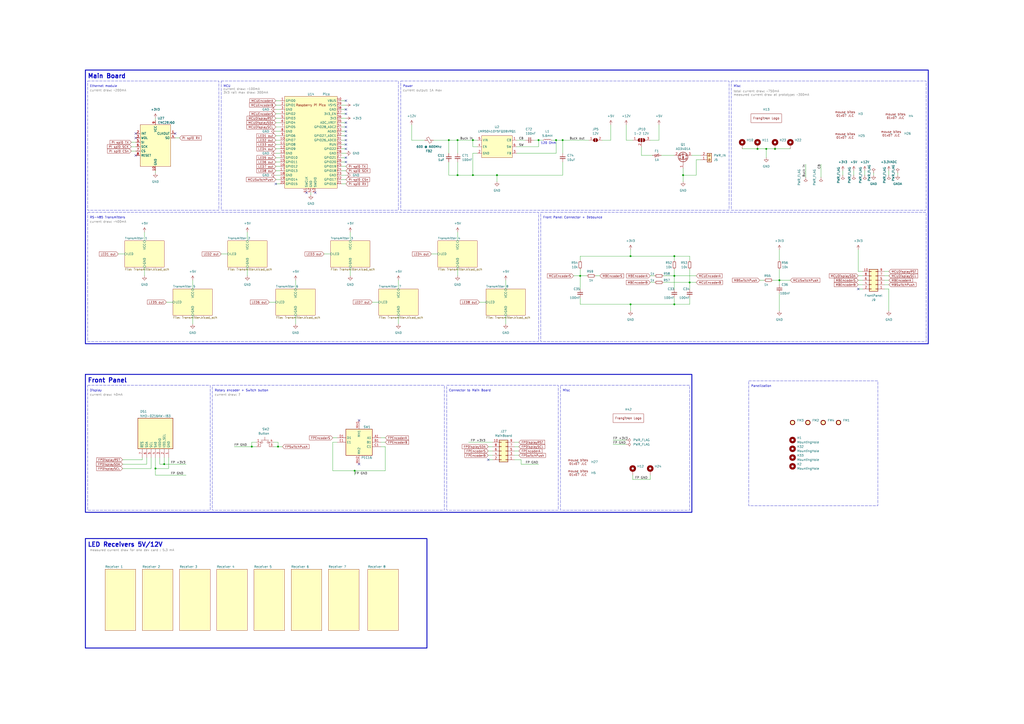
<source format=kicad_sch>
(kicad_sch (version 20230121) (generator eeschema)
  (paper "A2")
  (title_block (title "RP2040 LED Board") (date "2024-01-04") (rev "2") (company "Frangitron"))
  (junction (at 326.39 81.28))
  (junction (at 449.58 86.36))
  (junction (at 396.24 101.6))
  (junction (at 444.5 86.36))
  (junction (at 322.58 81.28))
  (junction (at 400.05 163.83))
  (junction (at 161.29 259.08))
  (junction (at 336.55 160.02))
  (junction (at 365.76 176.53))
  (junction (at 391.16 160.02))
  (junction (at 439.42 86.36))
  (junction (at 146.05 259.08))
  (junction (at 288.29 101.6))
  (junction (at 90.17 271.78))
  (junction (at 452.12 162.56))
  (junction (at 274.32 81.28))
  (junction (at 260.35 81.28))
  (junction (at 391.16 176.53))
  (junction (at 365.76 148.59))
  (junction (at 265.43 81.28))
  (junction (at 205.74 273.05))
  (junction (at 95.25 269.24))
  (junction (at 265.43 101.6))
  (junction (at 274.32 101.6))
  (junction (at 312.42 81.28))
  (junction (at 391.16 148.59))
  (no_connect (at 208.28 243.84))
  (no_connect (at 78.74 77.47))
  (no_connect (at 200.66 91.44))
  (no_connect (at 200.66 81.28))
  (no_connect (at 200.66 58.42))
  (no_connect (at 200.66 76.2))
  (no_connect (at 200.66 66.04))
  (no_connect (at 208.28 269.24))
  (no_connect (at 200.66 63.5))
  (no_connect (at 200.66 86.36))
  (no_connect (at 200.66 93.98))
  (no_connect (at 78.74 80.01))
  (no_connect (at 101.6 77.47))
  (no_connect (at 200.66 71.12))
  (no_connect (at 78.74 90.17))
  (no_connect (at 182.88 111.76))
  (no_connect (at 177.8 111.76))
  (no_connect (at 160.02 106.68))
  (no_connect (at 200.66 83.82))
  (no_connect (at 200.66 78.74))
  (no_connect (at 497.84 167.64))
  (no_connect (at 283.21 266.7))
  (no_connect (at 200.66 73.66))
  (wire (pts (xy 452.12 144.78) (xy 452.12 151.13)))
  (wire (pts (xy 396.24 97.79) (xy 396.24 101.6)))
  (wire (pts (xy 326.39 81.28) (xy 341.63 81.28)))
  (wire (pts (xy 187.96 147.32) (xy 191.77 147.32)))
  (wire (pts (xy 161.29 259.08) (xy 158.75 259.08)))
  (wire (pts (xy 205.74 273.05) (xy 223.52 273.05)))
  (wire (pts (xy 449.58 86.36) (xy 458.47 86.36)))
  (wire (pts (xy 278.13 175.26) (xy 281.94 175.26)))
  (wire (pts (xy 520.7 100.33) (xy 520.7 101.6)))
  (wire (pts (xy 302.26 269.24) (xy 312.42 269.24)))
  (wire (pts (xy 377.19 278.13) (xy 367.03 278.13)))
  (wire (pts (xy 320.04 81.28) (xy 322.58 81.28)))
  (wire (pts (xy 382.27 72.39) (xy 382.27 81.28)))
  (wire (pts (xy 403.86 101.6) (xy 403.86 92.71)))
  (wire (pts (xy 430.53 86.36) (xy 439.42 86.36)))
  (wire (pts (xy 298.45 256.54) (xy 300.99 256.54)))
  (wire (pts (xy 195.58 256.54) (xy 193.04 256.54)))
  (wire (pts (xy 250.19 147.32) (xy 254 147.32)))
  (wire (pts (xy 83.82 154.94) (xy 83.82 160.02)))
  (wire (pts (xy 322.58 81.28) (xy 326.39 81.28)))
  (wire (pts (xy 299.72 88.9) (xy 322.58 88.9)))
  (wire (pts (xy 160.02 60.96) (xy 162.56 60.96)))
  (wire (pts (xy 193.04 273.05) (xy 205.74 273.05)))
  (wire (pts (xy 163.83 259.08) (xy 161.29 259.08)))
  (wire (pts (xy 160.02 73.66) (xy 162.56 73.66)))
  (wire (pts (xy 513.08 162.56) (xy 515.62 162.56)))
  (wire (pts (xy 363.22 81.28) (xy 367.03 81.28)))
  (wire (pts (xy 391.16 176.53) (xy 391.16 172.72)))
  (wire (pts (xy 101.6 80.01) (xy 104.14 80.01)))
  (wire (pts (xy 198.12 93.98) (xy 200.66 93.98)))
  (wire (pts (xy 298.45 264.16) (xy 300.99 264.16)))
  (wire (pts (xy 198.12 83.82) (xy 200.66 83.82)))
  (wire (pts (xy 198.12 68.58) (xy 200.66 68.58)))
  (wire (pts (xy 500.38 167.64) (xy 497.84 167.64)))
  (wire (pts (xy 143.51 134.62) (xy 143.51 139.7)))
  (wire (pts (xy 160.02 104.14) (xy 162.56 104.14)))
  (wire (pts (xy 156.21 175.26) (xy 160.02 175.26)))
  (wire (pts (xy 391.16 156.21) (xy 391.16 160.02)))
  (wire (pts (xy 171.45 182.88) (xy 171.45 187.96)))
  (wire (pts (xy 497.84 162.56) (xy 500.38 162.56)))
  (wire (pts (xy 90.17 275.59) (xy 107.95 275.59)))
  (wire (pts (xy 198.12 60.96) (xy 200.66 60.96)))
  (wire (pts (xy 71.12 269.24) (xy 85.09 269.24)))
  (wire (pts (xy 391.16 148.59) (xy 391.16 151.13)))
  (wire (pts (xy 283.21 264.16) (xy 285.75 264.16)))
  (wire (pts (xy 198.12 73.66) (xy 200.66 73.66)))
  (wire (pts (xy 513.08 167.64) (xy 515.62 167.64)))
  (wire (pts (xy 439.42 86.36) (xy 444.5 86.36)))
  (wire (pts (xy 95.25 265.43) (xy 95.25 269.24)))
  (wire (pts (xy 231.14 162.56) (xy 231.14 167.64)))
  (wire (pts (xy 265.43 154.94) (xy 265.43 160.02)))
  (wire (pts (xy 231.14 182.88) (xy 231.14 187.96)))
  (wire (pts (xy 355.6 255.27) (xy 363.22 255.27)))
  (wire (pts (xy 220.98 256.54) (xy 223.52 256.54)))
  (wire (pts (xy 403.86 92.71) (xy 406.4 92.71)))
  (wire (pts (xy 444.5 86.36) (xy 444.5 91.44)))
  (wire (pts (xy 160.02 96.52) (xy 162.56 96.52)))
  (wire (pts (xy 452.12 162.56) (xy 448.31 162.56)))
  (wire (pts (xy 198.12 101.6) (xy 200.66 101.6)))
  (wire (pts (xy 265.43 81.28) (xy 274.32 81.28)))
  (wire (pts (xy 220.98 254) (xy 223.52 254)))
  (wire (pts (xy 283.21 259.08) (xy 285.75 259.08)))
  (wire (pts (xy 128.27 147.32) (xy 132.08 147.32)))
  (wire (pts (xy 283.21 261.62) (xy 285.75 261.62)))
  (wire (pts (xy 365.76 176.53) (xy 391.16 176.53)))
  (wire (pts (xy 497.84 144.78) (xy 497.84 157.48)))
  (wire (pts (xy 260.35 81.28) (xy 260.35 88.9)))
  (wire (pts (xy 506.73 100.33) (xy 506.73 101.6)))
  (wire (pts (xy 90.17 99.06) (xy 90.17 100.33)))
  (wire (pts (xy 384.81 160.02) (xy 391.16 160.02)))
  (wire (pts (xy 223.52 273.05) (xy 223.52 259.08)))
  (wire (pts (xy 365.76 176.53) (xy 365.76 180.34)))
  (wire (pts (xy 198.12 81.28) (xy 200.66 81.28)))
  (wire (pts (xy 377.19 275.59) (xy 377.19 278.13)))
  (wire (pts (xy 160.02 66.04) (xy 162.56 66.04)))
  (wire (pts (xy 238.76 81.28) (xy 238.76 72.39)))
  (wire (pts (xy 355.6 257.81) (xy 363.22 257.81)))
  (wire (pts (xy 383.54 90.17) (xy 391.16 90.17)))
  (wire (pts (xy 198.12 104.14) (xy 200.66 104.14)))
  (wire (pts (xy 336.55 148.59) (xy 365.76 148.59)))
  (wire (pts (xy 160.02 76.2) (xy 162.56 76.2)))
  (wire (pts (xy 354.33 72.39) (xy 354.33 81.28)))
  (wire (pts (xy 198.12 76.2) (xy 200.66 76.2)))
  (wire (pts (xy 160.02 88.9) (xy 162.56 88.9)))
  (wire (pts (xy 452.12 162.56) (xy 458.47 162.56)))
  (wire (pts (xy 345.44 160.02) (xy 347.98 160.02)))
  (wire (pts (xy 198.12 91.44) (xy 200.66 91.44)))
  (wire (pts (xy 160.02 93.98) (xy 162.56 93.98)))
  (wire (pts (xy 97.79 271.78) (xy 97.79 265.43)))
  (wire (pts (xy 271.78 256.54) (xy 285.75 256.54)))
  (wire (pts (xy 401.32 90.17) (xy 406.4 90.17)))
  (wire (pts (xy 276.86 88.9) (xy 274.32 88.9)))
  (wire (pts (xy 198.12 106.68) (xy 200.66 106.68)))
  (wire (pts (xy 193.04 256.54) (xy 193.04 273.05)))
  (wire (pts (xy 205.74 275.59) (xy 205.74 273.05)))
  (wire (pts (xy 336.55 156.21) (xy 336.55 160.02)))
  (wire (pts (xy 251.46 81.28) (xy 260.35 81.28)))
  (wire (pts (xy 148.59 256.54) (xy 146.05 256.54)))
  (wire (pts (xy 391.16 160.02) (xy 403.86 160.02)))
  (wire (pts (xy 452.12 156.21) (xy 452.12 162.56)))
  (wire (pts (xy 265.43 81.28) (xy 265.43 88.9)))
  (wire (pts (xy 440.69 162.56) (xy 443.23 162.56)))
  (wire (pts (xy 203.2 154.94) (xy 203.2 160.02)))
  (wire (pts (xy 293.37 162.56) (xy 293.37 167.64)))
  (wire (pts (xy 372.11 85.09) (xy 372.11 90.17)))
  (wire (pts (xy 160.02 86.36) (xy 162.56 86.36)))
  (wire (pts (xy 363.22 72.39) (xy 363.22 81.28)))
  (wire (pts (xy 111.76 182.88) (xy 111.76 187.96)))
  (wire (pts (xy 135.89 259.08) (xy 146.05 259.08)))
  (wire (pts (xy 298.45 261.62) (xy 300.99 261.62)))
  (wire (pts (xy 198.12 88.9) (xy 200.66 88.9)))
  (wire (pts (xy 160.02 58.42) (xy 162.56 58.42)))
  (wire (pts (xy 90.17 69.85) (xy 90.17 68.58)))
  (wire (pts (xy 332.74 160.02) (xy 336.55 160.02)))
  (wire (pts (xy 288.29 105.41) (xy 288.29 101.6)))
  (wire (pts (xy 198.12 63.5) (xy 200.66 63.5)))
  (wire (pts (xy 223.52 259.08) (xy 220.98 259.08)))
  (wire (pts (xy 298.45 259.08) (xy 300.99 259.08)))
  (wire (pts (xy 400.05 163.83) (xy 400.05 167.64)))
  (wire (pts (xy 274.32 101.6) (xy 288.29 101.6)))
  (wire (pts (xy 87.63 271.78) (xy 87.63 265.43)))
  (wire (pts (xy 372.11 90.17) (xy 378.46 90.17)))
  (wire (pts (xy 452.12 162.56) (xy 452.12 165.1)))
  (wire (pts (xy 82.55 265.43) (xy 82.55 266.7)))
  (wire (pts (xy 400.05 148.59) (xy 391.16 148.59)))
  (wire (pts (xy 198.12 66.04) (xy 200.66 66.04)))
  (wire (pts (xy 265.43 134.62) (xy 265.43 139.7)))
  (wire (pts (xy 193.04 254) (xy 195.58 254)))
  (wire (pts (xy 260.35 93.98) (xy 260.35 101.6)))
  (wire (pts (xy 203.2 134.62) (xy 203.2 139.7)))
  (wire (pts (xy 513.08 160.02) (xy 515.62 160.02)))
  (wire (pts (xy 85.09 269.24) (xy 85.09 265.43)))
  (wire (pts (xy 476.25 95.25) (xy 476.25 102.87)))
  (wire (pts (xy 160.02 106.68) (xy 162.56 106.68)))
  (wire (pts (xy 288.29 101.6) (xy 326.39 101.6)))
  (wire (pts (xy 71.12 271.78) (xy 87.63 271.78)))
  (wire (pts (xy 322.58 81.28) (xy 322.58 88.9)))
  (wire (pts (xy 180.34 111.76) (xy 180.34 113.03)))
  (wire (pts (xy 82.55 266.7) (xy 71.12 266.7)))
  (wire (pts (xy 309.88 81.28) (xy 312.42 81.28)))
  (wire (pts (xy 515.62 167.64) (xy 515.62 180.34)))
  (wire (pts (xy 444.5 86.36) (xy 449.58 86.36)))
  (wire (pts (xy 501.65 99.06) (xy 501.65 101.6)))
  (wire (pts (xy 265.43 101.6) (xy 274.32 101.6)))
  (wire (pts (xy 160.02 63.5) (xy 162.56 63.5)))
  (wire (pts (xy 467.36 95.25) (xy 467.36 102.87)))
  (wire (pts (xy 326.39 81.28) (xy 326.39 88.9)))
  (wire (pts (xy 260.35 101.6) (xy 265.43 101.6)))
  (wire (pts (xy 92.71 269.24) (xy 92.71 265.43)))
  (wire (pts (xy 396.24 101.6) (xy 396.24 105.41)))
  (wire (pts (xy 274.32 85.09) (xy 276.86 85.09)))
  (wire (pts (xy 198.12 99.06) (xy 200.66 99.06)))
  (wire (pts (xy 95.25 269.24) (xy 107.95 269.24)))
  (wire (pts (xy 336.55 176.53) (xy 365.76 176.53)))
  (wire (pts (xy 68.58 147.32) (xy 72.39 147.32)))
  (wire (pts (xy 400.05 151.13) (xy 400.05 148.59)))
  (wire (pts (xy 396.24 101.6) (xy 403.86 101.6)))
  (wire (pts (xy 513.08 157.48) (xy 515.62 157.48)))
  (wire (pts (xy 83.82 134.62) (xy 83.82 139.7)))
  (wire (pts (xy 336.55 172.72) (xy 336.55 176.53)))
  (wire (pts (xy 161.29 256.54) (xy 161.29 259.08)))
  (wire (pts (xy 400.05 172.72) (xy 400.05 176.53)))
  (wire (pts (xy 160.02 71.12) (xy 162.56 71.12)))
  (wire (pts (xy 215.9 175.26) (xy 219.71 175.26)))
  (wire (pts (xy 76.2 85.09) (xy 78.74 85.09)))
  (wire (pts (xy 400.05 176.53) (xy 391.16 176.53)))
  (wire (pts (xy 326.39 93.98) (xy 326.39 101.6)))
  (wire (pts (xy 96.52 175.26) (xy 100.33 175.26)))
  (wire (pts (xy 274.32 81.28) (xy 276.86 81.28)))
  (wire (pts (xy 400.05 163.83) (xy 403.86 163.83)))
  (wire (pts (xy 312.42 81.28) (xy 314.96 81.28)))
  (wire (pts (xy 160.02 101.6) (xy 162.56 101.6)))
  (wire (pts (xy 143.51 154.94) (xy 143.51 160.02)))
  (wire (pts (xy 146.05 256.54) (xy 146.05 259.08)))
  (wire (pts (xy 497.84 160.02) (xy 500.38 160.02)))
  (wire (pts (xy 265.43 93.98) (xy 265.43 101.6)))
  (wire (pts (xy 76.2 87.63) (xy 78.74 87.63)))
  (wire (pts (xy 312.42 85.09) (xy 312.42 81.28)))
  (wire (pts (xy 384.81 163.83) (xy 400.05 163.83)))
  (wire (pts (xy 365.76 144.78) (xy 365.76 148.59)))
  (wire (pts (xy 160.02 68.58) (xy 162.56 68.58)))
  (wire (pts (xy 95.25 269.24) (xy 92.71 269.24)))
  (wire (pts (xy 90.17 271.78) (xy 90.17 275.59)))
  (wire (pts (xy 160.02 78.74) (xy 162.56 78.74)))
  (wire (pts (xy 111.76 162.56) (xy 111.76 167.64)))
  (wire (pts (xy 293.37 182.88) (xy 293.37 187.96)))
  (wire (pts (xy 302.26 269.24) (xy 302.26 266.7)))
  (wire (pts (xy 160.02 83.82) (xy 162.56 83.82)))
  (wire (pts (xy 336.55 160.02) (xy 340.36 160.02)))
  (wire (pts (xy 513.08 165.1) (xy 515.62 165.1)))
  (wire (pts (xy 488.95 99.06) (xy 488.95 101.6)))
  (wire (pts (xy 400.05 156.21) (xy 400.05 163.83)))
  (wire (pts (xy 160.02 81.28) (xy 162.56 81.28)))
  (wire (pts (xy 198.12 86.36) (xy 200.66 86.36)))
  (wire (pts (xy 76.2 82.55) (xy 78.74 82.55)))
  (wire (pts (xy 238.76 81.28) (xy 246.38 81.28)))
  (wire (pts (xy 336.55 151.13) (xy 336.55 148.59)))
  (wire (pts (xy 452.12 170.18) (xy 452.12 180.34)))
  (wire (pts (xy 274.32 88.9) (xy 274.32 101.6)))
  (wire (pts (xy 158.75 256.54) (xy 161.29 256.54)))
  (wire (pts (xy 171.45 162.56) (xy 171.45 167.64)))
  (wire (pts (xy 391.16 160.02) (xy 391.16 167.64)))
  (wire (pts (xy 497.84 165.1) (xy 500.38 165.1)))
  (wire (pts (xy 299.72 85.09) (xy 312.42 85.09)))
  (wire (pts (xy 90.17 265.43) (xy 90.17 271.78)))
  (wire (pts (xy 515.62 99.06) (xy 515.62 101.6)))
  (wire (pts (xy 260.35 81.28) (xy 265.43 81.28)))
  (wire (pts (xy 274.32 81.28) (xy 274.32 85.09)))
  (wire (pts (xy 354.33 81.28) (xy 349.25 81.28)))
  (wire (pts (xy 299.72 81.28) (xy 304.8 81.28)))
  (wire (pts (xy 198.12 96.52) (xy 200.66 96.52)))
  (wire (pts (xy 97.79 271.78) (xy 90.17 271.78)))
  (wire (pts (xy 160.02 99.06) (xy 162.56 99.06)))
  (wire (pts (xy 160.02 91.44) (xy 162.56 91.44)))
  (wire (pts (xy 367.03 278.13) (xy 367.03 275.59)))
  (wire (pts (xy 198.12 78.74) (xy 200.66 78.74)))
  (wire (pts (xy 198.12 71.12) (xy 200.66 71.12)))
  (wire (pts (xy 336.55 160.02) (xy 336.55 167.64)))
  (wire (pts (xy 365.76 148.59) (xy 391.16 148.59)))
  (wire (pts (xy 377.19 81.28) (xy 382.27 81.28)))
  (wire (pts (xy 285.75 266.7) (xy 283.21 266.7)))
  (wire (pts (xy 146.05 259.08) (xy 148.59 259.08)))
  (wire (pts (xy 377.19 160.02) (xy 379.73 160.02)))
  (wire (pts (xy 198.12 58.42) (xy 200.66 58.42)))
  (wire (pts (xy 298.45 266.7) (xy 302.26 266.7)))
  (wire (pts (xy 497.84 157.48) (xy 500.38 157.48)))
  (wire (pts (xy 377.19 163.83) (xy 379.73 163.83)))
  (wire (pts (xy 495.3 99.06) (xy 495.3 101.6)))
  (rectangle (start 49.53 312.42) (end 247.65 375.92) (stroke (width 0.5)))
  (rectangle (start 128.27 46.99) (end 231.14 121.92) (stroke (width 0) (type dash)))
  (rectangle (start 259.08 223.52) (end 323.85 295.91) (stroke (width 0) (type dash)))
  (rectangle (start 123.19 223.52) (end 257.81 295.91) (stroke (width 0) (type dash)))
  (rectangle (start 50.8 46.99) (end 127 121.92) (stroke (width 0) (type dash)))
  (rectangle (start 50.8 223.52) (end 121.92 295.91) (stroke (width 0) (type dash)))
  (rectangle (start 49.53 40.64) (end 538.48 199.39) (stroke (width 0.5)))
  (rectangle (start 325.12 223.52) (end 400.05 295.91) (stroke (width 0) (type dash)))
  (rectangle (start 424.18 46.99) (end 537.21 121.92) (stroke (width 0) (type dash)))
  (rectangle (start 49.53 217.17) (end 401.32 297.18) (stroke (width 0.5)))
  (rectangle (start 232.41 46.99) (end 422.91 121.92) (stroke (width 0) (type dash)))
  (rectangle (start 313.69 123.19) (end 537.21 198.12) (stroke (width 0) (type dash)))
  (rectangle (start 434.34 220.98) (end 509.27 293.37) (stroke (width 0) (type dash)))
  (rectangle (start 50.8 123.19) (end 312.42 198.12) (stroke (width 0) (type dash)))
  (text "current draw: ?" (at 124.46 229.87 0) (effects (font (size 1.27 1.27)) (justify left bottom)))
  (text "current draw: ~400mA" (at 52.07 129.54 0) (effects (font (size 1.27 1.27)) (justify left bottom)))
  (text "Front Panel Connector + Debounce" (at 314.96 127 0) (effects (font (size 1.27 1.27)) (justify left bottom)))
  (text "total current draw: ~750mA\nmeasured current draw at prototype: ~300mA" (at 425.45 55.88 0) (effects (font (size 1.27 1.27)) (justify left bottom)))
  (text "Misc" (at 425.45 50.8 0) (effects (font (size 1.27 1.27)) (justify left bottom)))
  (text "MCU" (at 129.54 50.8 0) (effects (font (size 1.27 1.27)) (justify left bottom)))
  (text "current draw: 40mA" (at 52.07 229.87 0) (effects (font (size 1.27 1.27)) (justify left bottom)))
  (text "Panelization" (at 435.61 224.79 0) (effects (font (size 1.27 1.27)) (justify left bottom)))
  (text "Connector to Main Board" (at 260.35 227.33 0) (effects (font (size 1.27 1.27)) (justify left bottom)))
  (text "Ethernet module" (at 52.07 50.8 0) (effects (font (size 1.27 1.27)) (justify left bottom)))
  (text "measured current draw for one dev card : 5.3 mA" (at 52.07 320.04 0) (effects (font (size 1.27 1.27)) (justify left bottom)))
  (text "Front Panel" (at 50.8 222.25 0) (effects (font (size 2.54 2.54) (thickness 0.508) bold) (justify left bottom)))
  (text "120 Ohm" (at 313.69 83.82 0) (effects (font (size 1.27 1.27)) (justify left bottom)))
  (text "Rotary encoder + Switch button" (at 124.46 227.33 0) (effects (font (size 1.27 1.27)) (justify left bottom)))
  (text "current draw: ~100mA\n3V3 rail max draw: 300mA" (at 129.54 54.61 0) (effects (font (size 1.27 1.27)) (justify left bottom)))
  (text "LED Receivers 5V/12V" (at 50.8 317.5 0) (effects (font (size 2.54 2.54) (thickness 0.508) bold) (justify left bottom)))
  (text "current draw: ~200mA" (at 52.07 53.34 0) (effects (font (size 1.27 1.27)) (justify left bottom)))
  (text "Main Board" (at 50.8 45.72 0) (effects (font (size 2.54 2.54) (thickness 0.508) bold) (justify left bottom)))
  (text "Power" (at 233.68 50.8 0) (effects (font (size 1.27 1.27)) (justify left bottom)))
  (text "RS-485 Transmitters" (at 52.07 127 0) (effects (font (size 1.27 1.27)) (justify left bottom)))
  (text "current output: 1A max" (at 233.68 53.34 0) (effects (font (size 1.27 1.27)) (justify left bottom)))
  (text "Misc" (at 326.39 227.33 0) (effects (font (size 1.27 1.27)) (justify left bottom)))
  (text "Display" (at 52.07 227.33 0) (effects (font (size 1.27 1.27)) (justify left bottom)))
  (label "FP GND" (at 135.89 259.08 0))
  (label "SW" (at 300.99 85.09 0))
  (label "Buck in" (at 274.32 81.28 180))
  (label "FP GND" (at 368.3 278.13 0))
  (label "FP +3V3" (at 355.6 255.27 0))
  (label "CB" (at 300.99 81.28 0))
  (label "FP GND" (at 205.74 275.59 0))
  (label "Buck in" (at 467.36 95.25 270))
  (label "FP GND" (at 99.06 275.59 0))
  (label "Buck out" (at 339.09 81.28 180))
  (label "FP GND" (at 304.8 269.24 0))
  (label "CB" (at 476.25 95.25 270))
  (label "FP +3V3" (at 273.05 256.54 0))
  (label "FP GND" (at 355.6 257.81 0))
  (label "FP +3V3" (at 99.06 269.24 0))
  (global_label "LED6 out" (shape input) (at 156.21 175.26 180) (property "Intersheetrefs" "${INTERSHEET_REFS}" (effects hide)))
  (global_label "MCUDisplaySDA" (shape input) (at 160.02 71.12 180) (property "Intersheetrefs" "${INTERSHEET_REFS}" (effects hide)))
  (global_label "MBEncoderS" (shape input) (at 347.98 160.02 0) (property "Intersheetrefs" "${INTERSHEET_REFS}" (effects hide)))
  (global_label "PI spi0 SCK" (shape input) (at 200.66 99.06 0) (property "Intersheetrefs" "${INTERSHEET_REFS}" (effects hide)))
  (global_label "LED7 out" (shape input) (at 215.9 175.26 180) (property "Intersheetrefs" "${INTERSHEET_REFS}" (effects hide)))
  (global_label "PI spi0 TX" (shape input) (at 200.66 96.52 0) (property "Intersheetrefs" "${INTERSHEET_REFS}" (effects hide)))
  (global_label "MCUEncoderB" (shape input) (at 403.86 163.83 0) (property "Intersheetrefs" "${INTERSHEET_REFS}" (effects hide)))
  (global_label "LED5 out" (shape input) (at 160.02 91.44 180) (property "Intersheetrefs" "${INTERSHEET_REFS}" (effects hide)))
  (global_label "LED5 out" (shape input) (at 96.52 175.26 180) (property "Intersheetrefs" "${INTERSHEET_REFS}" (effects hide)))
  (global_label "MCUSwitchPush" (shape input) (at 458.47 162.56 0) (property "Intersheetrefs" "${INTERSHEET_REFS}" (effects hide)))
  (global_label "FPSwitchPush" (shape input) (at 300.99 264.16 0) (property "Intersheetrefs" "${INTERSHEET_REFS}" (effects hide)))
  (global_label "LED4 out" (shape input) (at 160.02 86.36 180) (property "Intersheetrefs" "${INTERSHEET_REFS}" (effects hide)))
  (global_label "MBEncoderA" (shape input) (at 377.19 160.02 180) (property "Intersheetrefs" "${INTERSHEET_REFS}" (effects hide)))
  (global_label "MBEncoderB" (shape input) (at 377.19 163.83 180) (property "Intersheetrefs" "${INTERSHEET_REFS}" (effects hide)))
  (global_label "MBEncoderB" (shape input) (at 497.84 165.1 180) (property "Intersheetrefs" "${INTERSHEET_REFS}" (effects hide)))
  (global_label "FPEncoderS" (shape input) (at 193.04 254 180) (property "Intersheetrefs" "${INTERSHEET_REFS}" (effects hide)))
  (global_label "FPDisplaySCL" (shape input) (at 300.99 259.08 0) (property "Intersheetrefs" "${INTERSHEET_REFS}" (effects hide)))
  (global_label "FPEncoderA" (shape input) (at 223.52 254 0) (property "Intersheetrefs" "${INTERSHEET_REFS}" (effects hide)))
  (global_label "LED6 out" (shape input) (at 160.02 93.98 180) (property "Intersheetrefs" "${INTERSHEET_REFS}" (effects hide)))
  (global_label "MCUEncoderS" (shape input) (at 332.74 160.02 180) (property "Intersheetrefs" "${INTERSHEET_REFS}" (effects hide)))
  (global_label "FPDisplayRST" (shape input) (at 300.99 256.54 0) (property "Intersheetrefs" "${INTERSHEET_REFS}" (effects hide)))
  (global_label "MBSwitchPush" (shape input) (at 440.69 162.56 180) (property "Intersheetrefs" "${INTERSHEET_REFS}" (effects hide)))
  (global_label "FPEncoderS" (shape input) (at 283.21 261.62 180) (property "Intersheetrefs" "${INTERSHEET_REFS}" (effects hide)))
  (global_label "FPSwitchPush" (shape input) (at 163.83 259.08 0) (property "Intersheetrefs" "${INTERSHEET_REFS}" (effects hide)))
  (global_label "MCUSwitchPush" (shape input) (at 160.02 104.14 180) (property "Intersheetrefs" "${INTERSHEET_REFS}" (effects hide)))
  (global_label "LED7 out" (shape input) (at 160.02 96.52 180) (property "Intersheetrefs" "${INTERSHEET_REFS}" (effects hide)))
  (global_label "PI spi0 RX" (shape input) (at 104.14 80.01 0) (property "Intersheetrefs" "${INTERSHEET_REFS}" (effects hide)))
  (global_label "MBSwitchPush" (shape input) (at 515.62 165.1 0) (property "Intersheetrefs" "${INTERSHEET_REFS}" (effects hide)))
  (global_label "PI spi0 SCK" (shape input) (at 76.2 85.09 180) (property "Intersheetrefs" "${INTERSHEET_REFS}" (effects hide)))
  (global_label "PI spi0 CSn" (shape input) (at 76.2 87.63 180) (property "Intersheetrefs" "${INTERSHEET_REFS}" (effects hide)))
  (global_label "MCUDisplaySCL" (shape input) (at 515.62 160.02 0) (property "Intersheetrefs" "${INTERSHEET_REFS}" (effects hide)))
  (global_label "PI spi0 CSn" (shape input) (at 200.66 104.14 0) (property "Intersheetrefs" "${INTERSHEET_REFS}" (effects hide)))
  (global_label "LED1 out" (shape input) (at 68.58 147.32 180) (property "Intersheetrefs" "${INTERSHEET_REFS}" (effects hide)))
  (global_label "LED4 out" (shape input) (at 250.19 147.32 180) (property "Intersheetrefs" "${INTERSHEET_REFS}" (effects hide)))
  (global_label "MBEncoderA" (shape input) (at 515.62 162.56 0) (property "Intersheetrefs" "${INTERSHEET_REFS}" (effects hide)))
  (global_label "MCUEncoderB" (shape input) (at 160.02 60.96 180) (property "Intersheetrefs" "${INTERSHEET_REFS}" (effects hide)))
  (global_label "LED2 out" (shape input) (at 160.02 81.28 180) (property "Intersheetrefs" "${INTERSHEET_REFS}" (effects hide)))
  (global_label "MCUDisplayRST" (shape input) (at 160.02 68.58 180) (property "Intersheetrefs" "${INTERSHEET_REFS}" (effects hide)))
  (global_label "LED3 out" (shape input) (at 160.02 83.82 180) (property "Intersheetrefs" "${INTERSHEET_REFS}" (effects hide)))
  (global_label "MCUDisplaySDA" (shape input) (at 497.84 160.02 180) (property "Intersheetrefs" "${INTERSHEET_REFS}" (effects hide)))
  (global_label "MCUDisplaySCL" (shape input) (at 160.02 73.66 180) (property "Intersheetrefs" "${INTERSHEET_REFS}" (effects hide)))
  (global_label "PI spi0 TX" (shape input) (at 76.2 82.55 180) (property "Intersheetrefs" "${INTERSHEET_REFS}" (effects hide)))
  (global_label "FPDisplaySDA" (shape input) (at 71.12 269.24 180) (property "Intersheetrefs" "${INTERSHEET_REFS}" (effects hide)))
  (global_label "FPEncoderB" (shape input) (at 283.21 264.16 180) (property "Intersheetrefs" "${INTERSHEET_REFS}" (effects hide)))
  (global_label "FPDisplayRST" (shape input) (at 71.12 266.7 180) (property "Intersheetrefs" "${INTERSHEET_REFS}" (effects hide)))
  (global_label "MCUEncoderA" (shape input) (at 403.86 160.02 0) (property "Intersheetrefs" "${INTERSHEET_REFS}" (effects hide)))
  (global_label "FPEncoderB" (shape input) (at 223.52 256.54 0) (property "Intersheetrefs" "${INTERSHEET_REFS}" (effects hide)))
  (global_label "MCUEncoderS" (shape input) (at 160.02 66.04 180) (property "Intersheetrefs" "${INTERSHEET_REFS}" (effects hide)))
  (global_label "MBEncoderS" (shape input) (at 497.84 162.56 180) (property "Intersheetrefs" "${INTERSHEET_REFS}" (effects hide)))
  (global_label "MCUDisplayRST" (shape input) (at 515.62 157.48 0) (property "Intersheetrefs" "${INTERSHEET_REFS}" (effects hide)))
  (global_label "PI spi0 RX" (shape input) (at 200.66 106.68 0) (property "Intersheetrefs" "${INTERSHEET_REFS}" (effects hide)))
  (global_label "FPDisplaySDA" (shape input) (at 283.21 259.08 180) (property "Intersheetrefs" "${INTERSHEET_REFS}" (effects hide)))
  (global_label "LED1 out" (shape input) (at 160.02 78.74 180) (property "Intersheetrefs" "${INTERSHEET_REFS}" (effects hide)))
  (global_label "LED8 out" (shape input) (at 160.02 99.06 180) (property "Intersheetrefs" "${INTERSHEET_REFS}" (effects hide)))
  (global_label "LED2 out" (shape input) (at 128.27 147.32 180) (property "Intersheetrefs" "${INTERSHEET_REFS}" (effects hide)))
  (global_label "FPEncoderA" (shape input) (at 300.99 261.62 0) (property "Intersheetrefs" "${INTERSHEET_REFS}" (effects hide)))
  (global_label "FPDisplaySCL" (shape input) (at 71.12 271.78 180) (property "Intersheetrefs" "${INTERSHEET_REFS}" (effects hide)))
  (global_label "MCUEncoderA" (shape input) (at 160.02 58.42 180) (property "Intersheetrefs" "${INTERSHEET_REFS}" (effects hide)))
  (global_label "LED8 out" (shape input) (at 278.13 175.26 180) (property "Intersheetrefs" "${INTERSHEET_REFS}" (effects hide)))
  (global_label "LED3 out" (shape input) (at 187.96 147.32 180) (property "Intersheetrefs" "${INTERSHEET_REFS}" (effects hide)))
  (symbol (lib_id "power:GND") (at 180.34 113.03 0) (unit 1)
    (property "Reference" "#PWR034" (effects hide))
    (property "Value" "GND" (at 180.34 118.11 0))
  )
  (symbol (lib_id "power:+5V") (at 231.14 162.56 0) (unit 1)
    (property "Reference" "#PWR017" (effects hide))
    (property "Value" "+5V" (at 231.14 157.48 0))
  )
  (symbol (lib_id "Device:C_Small") (at 400.05 170.18 0) (mirror y) (unit 1)
    (property "Reference" "C34" (at 400.05 167.64 0) (effects (justify left)))
    (property "Value" "100nF" (at 400.05 172.72 0) (effects (justify left)))
    (property "Footprint" "Capacitor_SMD:C_0603_1608Metric" (effects hide))
  )
  (symbol (lib_id "Library:mouse-bites-1x07-jlc") (at 335.28 267.97 0) (unit 1)
    (property "Reference" "H27" (at 342.9 267.97 0) (effects (justify left)))
    (property "Value" "~" (at 335.28 267.97 0))
    (property "Footprint" "Library:mouse-bites-1x07-jlc" (effects hide))
  )
  (symbol (lib_id "Library:mouse-bites-1x07-jlc") (at 335.28 274.32 0) (unit 1)
    (property "Reference" "H5" (at 342.9 274.32 0) (effects (justify left)))
    (property "Value" "~" (at 335.28 274.32 0))
    (property "Footprint" "Library:mouse-bites-1x07-jlc" (effects hide))
  )
  (symbol (lib_id "Transistor_FET:AO3401A") (at 396.24 92.71 270) (mirror x) (unit 1)
    (property "Reference" "Q1" (at 396.24 83.82 90))
    (property "Value" "AO3401A" (at 396.24 86.36 90))
    (property "Footprint" "Package_TO_SOT_SMD:SOT-23" (effects hide))
    (property "Datasheet" "http://www.aosmd.com/pdfs/datasheet/AO3401A.pdf" (effects hide))
  )
  (symbol (lib_id "Device:FerriteBead_Small") (at 248.92 81.28 90) (mirror x) (unit 1)
    (property "Reference" "FB2" (at 248.8819 87.63 90))
    (property "Value" "600 @ 600Mhz" (at 248.8819 85.09 90))
    (property "Footprint" "Inductor_SMD:L_0805_2012Metric" (effects hide))
  )
  (symbol (lib_id "Device:C_Small") (at 326.39 91.44 0) (unit 1)
    (property "Reference" "C74" (at 328.93 90.1763 0) (effects (justify left)))
    (property "Value" "10uF" (at 328.93 92.7163 0) (effects (justify left)))
    (property "Footprint" "Capacitor_SMD:C_1206_3216Metric" (effects hide))
  )
  (symbol (lib_id "Library:LMR50410Y5FQDBVRQ1") (at 288.29 85.09 0) (unit 1)
    (property "Reference" "U2" (at 288.29 73.66 0))
    (property "Value" "LMR50410Y5FQDBVRQ1" (at 288.29 76.2 0))
    (property "Footprint" "Package_TO_SOT_SMD:SOT-23-6" (effects hide))
    (property "Datasheet" "https://www.ti.com/lit/ds/symlink/lmr50410-q1.pdf?ts=1705405469712&ref_url=https%253A%252F%252Fwww.ti.com%252Fproduct%252FLMR50410-Q1%253FHQS%253Dti-null-null-verifimanuf_manuf-manu-pf-octopart-wwe" (effects hide))
  )
  (symbol (lib_id "Frangitron:Frangitron_logo") (at 444.5 68.58 0) (unit 1)
    (property "Reference" "H13" (at 444.5 63.5 0))
    (property "Value" "~" (at 444.5 68.58 0))
    (property "Footprint" "Frangitron:frangitron_logo_16mm" (effects hide))
  )
  (symbol (lib_id "Mechanical:MountingHole") (at 459.74 255.27 0) (unit 1)
    (property "Reference" "H1" (at 462.28 254 0) (effects (justify left)))
    (property "Value" "MountingHole" (at 462.28 256.54 0) (effects (justify left)))
    (property "Footprint" "MountingHole:MountingHole_2mm" (effects hide))
  )
  (symbol (lib_id "power:GND") (at 143.51 160.02 0) (mirror y) (unit 1)
    (property "Reference" "#PWR04" (effects hide))
    (property "Value" "GND" (at 143.51 165.1 0))
  )
  (symbol (lib_id "power:GND") (at 160.02 63.5 270) (unit 1)
    (property "Reference" "#PWR030" (effects hide))
    (property "Value" "GND" (at 156.21 63.5 90) (effects (justify right)))
  )
  (symbol (lib_id "Device:R_Small") (at 382.27 160.02 270) (mirror x) (unit 1)
    (property "Reference" "R58" (at 384.81 158.75 90) (effects (justify left)))
    (property "Value" "1k" (at 377.19 158.75 90) (effects (justify left)))
    (property "Footprint" "Resistor_SMD:R_0402_1005Metric" (effects hide))
  )
  (symbol (lib_id "power:+3.3VADC") (at 515.62 99.06 0) (unit 1)
    (property "Reference" "#PWR065" (effects hide))
    (property "Value" "+3.3VADC" (at 515.62 93.98 0))
  )
  (symbol (lib_id "Device:Polyfuse_Small") (at 381 90.17 90) (unit 1)
    (property "Reference" "F1" (at 381 87.63 90))
    (property "Value" "1A" (at 381 92.71 90))
    (property "Footprint" "Fuse:Fuse_1206_3216Metric" (effects hide))
  )
  (symbol (lib_id "MCU_RaspberryPi_and_Boards:Pico") (at 180.34 82.55 0) (unit 1)
    (property "Reference" "U14" (at 180.34 54.61 0))
    (property "Value" "Pico" (at 189.23 54.61 0))
    (property "Footprint" "MCU_RaspberryPi_and_Boards:RPi_Pico_SMD_TH" (effects hide))
  )
  (symbol (lib_id "Device:R_Small") (at 336.55 153.67 0) (mirror y) (unit 1)
    (property "Reference" "R54" (at 335.28 152.4 0) (effects (justify left)))
    (property "Value" "10k" (at 335.28 154.9369 0) (effects (justify left)))
    (property "Footprint" "Resistor_SMD:R_0402_1005Metric" (effects hide))
  )
  (symbol (lib_id "power:GND") (at 200.66 88.9 90) (unit 1)
    (property "Reference" "#PWR038" (effects hide))
    (property "Value" "GND" (at 204.47 88.9 90) (effects (justify right)))
  )
  (symbol (lib_id "Library:mouse-bites-1x07-jlc") (at 519.43 67.31 0) (unit 1)
    (property "Reference" "H4" (at 527.05 67.31 0) (effects (justify left)))
    (property "Value" "~" (at 519.43 67.31 0))
    (property "Footprint" "Library:mouse-bites-1x07-jlc" (effects hide))
  )
  (symbol (lib_id "Connector:Screw_Terminal_01x02") (at 411.48 92.71 0) (mirror x) (unit 1)
    (property "Reference" "J5" (at 414.02 92.71 0) (effects (justify left)))
    (property "Value" "PWR_IN" (at 414.02 90.17 0) (effects (justify left)))
    (property "Footprint" "Frangitron:ScrewTerminal_01x02_5.08_Amphenol" (effects hide))
    (property "URL" "https://www.mouser.fr/ProductDetail/Amphenol-Anytek/VI0221550000G?qs=Mv7BduZupUiO9qU7CMoDww%3D%3D" (effects hide))
  )
  (symbol (lib_id "Mechanical:Fiducial") (at 477.52 245.11 0) (unit 1) (in_bom no)
    (property "Reference" "FM4" (at 480.06 243.84 0) (effects (justify left)))
    (property "Value" "Fiducial" (effects hide))
    (property "Footprint" "Fiducial:Fiducial_1mm_Mask2mm" (effects hide))
  )
  (symbol (lib_id "Library:mouse-bites-1x07-jlc") (at 490.22 78.74 0) (unit 1)
    (property "Reference" "H25" (at 497.84 78.74 0) (effects (justify left)))
    (property "Value" "~" (at 490.22 78.74 0))
    (property "Footprint" "Library:mouse-bites-1x07-jlc" (effects hide))
  )
  (symbol (lib_id "power:+3V3") (at 497.84 144.78 0) (mirror y) (unit 1)
    (property "Reference" "#PWR073" (effects hide))
    (property "Value" "+3V3" (at 497.84 139.7 0))
  )
  (symbol (lib_id "Mechanical:MountingHole_Pad") (at 449.58 83.82 0) (unit 1) (in_bom no)
    (property "Reference" "H23" (at 452.12 81.28 0) (effects (justify left)))
    (property "Value" "MountingHole_Pad" (effects hide))
    (property "Footprint" "MountingHole:MountingHole_3.2mm_M3_Pad" (effects hide))
  )
  (symbol (lib_id "Library:mouse-bites-1x07-jlc") (at 490.22 66.04 0) (unit 1)
    (property "Reference" "H3" (at 497.84 66.04 0) (effects (justify left)))
    (property "Value" "~" (at 490.22 66.04 0))
    (property "Footprint" "Library:mouse-bites-1x07-jlc" (effects hide))
  )
  (symbol (lib_id "power:GND") (at 515.62 180.34 0) (mirror y) (unit 1)
    (property "Reference" "#PWR074" (effects hide))
    (property "Value" "GND" (at 515.62 185.42 0))
  )
  (symbol (lib_id "power:PWR_FLAG") (at 467.36 102.87 0) (mirror x) (unit 1)
    (property "Reference" "#FLG034" (effects hide))
    (property "Value" "PWR_FLAG" (at 463.55 102.87 90))
  )
  (symbol (lib_id "power:GND") (at 452.12 180.34 0) (mirror y) (unit 1)
    (property "Reference" "#PWR028" (effects hide))
    (property "Value" "GND" (at 452.12 185.42 0))
  )
  (symbol (lib_id "power:GND") (at 365.76 180.34 0) (mirror y) (unit 1)
    (property "Reference" "#PWR026" (effects hide))
    (property "Value" "GND" (at 365.76 185.42 0))
  )
  (symbol (lib_id "power:GND") (at 506.73 101.6 0) (unit 1)
    (property "Reference" "#PWR052" (effects hide))
    (property "Value" "GND" (at 506.73 106.68 0))
  )
  (symbol (lib_id "power:+5V") (at 203.2 134.62 0) (unit 1)
    (property "Reference" "#PWR07" (effects hide))
    (property "Value" "+5V" (at 203.2 129.54 0))
  )
  (symbol (lib_id "power:GND") (at 293.37 187.96 0) (mirror y) (unit 1)
    (property "Reference" "#PWR020" (effects hide))
    (property "Value" "GND" (at 293.37 193.04 0))
  )
  (symbol (lib_id "Device:R_Small") (at 382.27 163.83 270) (unit 1)
    (property "Reference" "R57" (at 384.81 162.56 90) (effects (justify left)))
    (property "Value" "1k" (at 377.19 162.56 90) (effects (justify left)))
    (property "Footprint" "Resistor_SMD:R_0402_1005Metric" (effects hide))
  )
  (symbol (lib_id "power:PWR_FLAG") (at 476.25 102.87 0) (mirror x) (unit 1)
    (property "Reference" "#FLG033" (effects hide))
    (property "Value" "PWR_FLAG" (at 472.44 102.87 90))
  )
  (symbol (lib_id "Device:R_Small") (at 342.9 160.02 270) (unit 1)
    (property "Reference" "R59" (at 340.36 157.48 90) (effects (justify left)))
    (property "Value" "1k" (at 341.63 162.56 90) (effects (justify left)))
    (property "Footprint" "Resistor_SMD:R_0402_1005Metric" (effects hide))
  )
  (symbol (lib_id "Device:L_Small") (at 317.5 81.28 90) (unit 1)
    (property "Reference" "L1" (at 317.5 76.2 90))
    (property "Value" "5.6mH" (at 317.5 78.74 90))
    (property "Footprint" "Inductor_SMD:L_Sunlord_MWSA0503S" (effects hide))
  )
  (symbol (lib_id "power:GND") (at 200.66 101.6 90) (unit 1)
    (property "Reference" "#PWR039" (effects hide))
    (property "Value" "GND" (at 204.47 101.6 90) (effects (justify right)))
  )
  (symbol (lib_id "power:+5V") (at 111.76 162.56 0) (unit 1)
    (property "Reference" "#PWR013" (effects hide))
    (property "Value" "+5V" (at 111.76 157.48 0))
  )
  (symbol (lib_id "power:GNDA") (at 520.7 101.6 0) (unit 1)
    (property "Reference" "#PWR066" (effects hide))
    (property "Value" "GNDA" (at 520.7 106.68 0))
  )
  (symbol (lib_id "power:+12V") (at 363.22 72.39 0) (unit 1)
    (property "Reference" "#PWR011" (effects hide))
    (property "Value" "+12V" (at 363.22 67.31 0))
  )
  (symbol (lib_id "Device:C_Small") (at 265.43 91.44 0) (unit 1)
    (property "Reference" "C71" (at 267.97 90.1763 0) (effects (justify left)))
    (property "Value" "100nF" (at 267.97 92.7163 0) (effects (justify left)))
    (property "Footprint" "Capacitor_SMD:C_0603_1608Metric" (effects hide))
  )
  (symbol (lib_id "power:PWR_FLAG") (at 501.65 101.6 0) (mirror x) (unit 1)
    (property "Reference" "#FLG03" (effects hide))
    (property "Value" "PWR_FLAG" (at 499.11 101.6 90))
  )
  (symbol (lib_id "Mechanical:Fiducial") (at 459.74 245.11 0) (unit 1) (in_bom no)
    (property "Reference" "FM3" (at 462.28 243.84 0) (effects (justify left)))
    (property "Value" "Fiducial" (effects hide))
    (property "Footprint" "Fiducial:Fiducial_1mm_Mask2mm" (effects hide))
  )
  (symbol (lib_id "power:GND") (at 203.2 160.02 0) (mirror y) (unit 1)
    (property "Reference" "#PWR08" (effects hide))
    (property "Value" "GND" (at 203.2 165.1 0))
  )
  (symbol (lib_id "power:+12V") (at 238.76 72.39 0) (unit 1)
    (property "Reference" "#PWR029" (effects hide))
    (property "Value" "+12V" (at 238.76 67.31 0))
  )
  (symbol (lib_id "power:+5V") (at 83.82 134.62 0) (unit 1)
    (property "Reference" "#PWR01" (effects hide))
    (property "Value" "+5V" (at 83.82 129.54 0))
  )
  (symbol (lib_id "power:GND") (at 160.02 76.2 270) (unit 1)
    (property "Reference" "#PWR031" (effects hide))
    (property "Value" "GND" (at 156.21 76.2 90) (effects (justify right)))
  )
  (symbol (lib_id "SamacSys_Parts:PEC16-4220F-S0024") (at 208.28 243.84 90) (mirror x) (unit 1)
    (property "Reference" "SW1" (at 210.82 247.65 90) (effects (justify right)))
    (property "Value" "PEC16" (at 209.55 265.43 90) (effects (justify right)))
    (property "Footprint" "SamacSys_Parts:PEC164120FS0012" (effects hide))
    (property "Datasheet" "https://www.bourns.com/pdfs/PEC16.pdf" (effects hide))
    (property "Description" "Bourns Encoder 24ppr ppr 5 V dc" (effects hide))
    (property "Height" "28" (effects hide))
    (property "Mouser Part Number" "652-PEC16-4220FS0024" (effects hide))
    (property "Mouser Price/Stock" "https://www.mouser.co.uk/ProductDetail/Bourns/PEC16-4220F-S0024?qs=6FD5PBp7ZtQte%252Bg7b%2FiMUw%3D%3D" (effects hide))
    (property "Manufacturer_Name" "Bourns" (effects hide))
    (property "Manufacturer_Part_Number" "PEC16-4220F-S0024" (effects hide))
    (property "URL" "https://www.mouser.fr/ProductDetail/Bourns/PEC16-4220F-S0024?qs=6FD5PBp7ZtQte%252Bg7b%2FiMUw%3D%3D" (effects hide))
  )
  (symbol (lib_id "power:+12V") (at 501.65 99.06 0) (unit 1)
    (property "Reference" "#PWR022" (effects hide))
    (property "Value" "+12V" (at 501.65 93.98 0))
  )
  (symbol (lib_id "power:+5V") (at 143.51 134.62 0) (unit 1)
    (property "Reference" "#PWR03" (effects hide))
    (property "Value" "+5V" (at 143.51 129.54 0))
  )
  (symbol (lib_id "Jumper:SolderJumper_3_Open") (at 372.11 81.28 0) (unit 1)
    (property "Reference" "JP10" (at 372.11 74.93 0))
    (property "Value" "1-2 12V" (at 372.11 77.47 0))
    (property "Footprint" "Jumper:SolderJumper-3_P2.0mm_Open_TrianglePad1.0x1.5mm_NumberLabels" (effects hide))
  )
  (symbol (lib_id "power:+5V") (at 354.33 72.39 0) (unit 1)
    (property "Reference" "#PWR040" (effects hide))
    (property "Value" "+5V" (at 354.33 67.31 0))
  )
  (symbol (lib_id "power:+3V3") (at 200.66 68.58 270) (unit 1)
    (property "Reference" "#PWR037" (effects hide))
    (property "Value" "+3V3" (at 204.47 68.58 90) (effects (justify left)))
  )
  (symbol (lib_id "power:+5V") (at 382.27 72.39 0) (unit 1)
    (property "Reference" "#PWR012" (effects hide))
    (property "Value" "+5V" (at 382.27 67.31 0))
  )
  (symbol (lib_id "power:GND") (at 111.76 187.96 0) (mirror y) (unit 1)
    (property "Reference" "#PWR014" (effects hide))
    (property "Value" "GND" (at 111.76 193.04 0))
  )
  (symbol (lib_id "Connector_Generic:Conn_02x05_Odd_Even") (at 508 162.56 180) (unit 1)
    (property "Reference" "J9" (at 506.73 173.99 0))
    (property "Value" "FrontPanel" (at 506.73 171.45 0))
    (property "Footprint" "Connector_PinHeader_2.54mm:PinHeader_2x05_P2.54mm_Vertical" (effects hide))
  )
  (symbol (lib_id "Mechanical:MountingHole_Pad") (at 458.47 83.82 0) (unit 1) (in_bom no)
    (property "Reference" "H22" (at 461.01 81.28 0) (effects (justify left)))
    (property "Value" "MountingHole_Pad" (effects hide))
    (property "Footprint" "MountingHole:MountingHole_3.2mm_M3_Pad" (effects hide))
  )
  (symbol (lib_id "power:GND") (at 444.5 91.44 0) (unit 1)
    (property "Reference" "#PWR054" (effects hide))
    (property "Value" "GND" (at 444.5 96.52 0))
  )
  (symbol (lib_id "power:PWR_FLAG") (at 363.22 257.81 270) (mirror x) (unit 1)
    (property "Reference" "#FLG011" (effects hide))
    (property "Value" "PWR_FLAG" (at 372.11 257.81 90))
  )
  (symbol (lib_id "Library:mouse-bites-1x07-jlc") (at 516.89 77.47 0) (unit 1)
    (property "Reference" "H26" (at 524.51 77.47 0) (effects (justify left)))
    (property "Value" "~" (at 516.89 77.47 0))
    (property "Footprint" "Library:mouse-bites-1x07-jlc" (effects hide))
  )
  (symbol (lib_id "power:+3V3") (at 488.95 99.06 0) (unit 1)
    (property "Reference" "#PWR023" (effects hide))
    (property "Value" "+3V3" (at 488.95 93.98 0))
  )
  (symbol (lib_id "Device:R_Small") (at 400.05 153.67 0) (mirror y) (unit 1)
    (property "Reference" "R53" (at 398.78 152.4 0) (effects (justify left)))
    (property "Value" "10k" (at 398.78 154.9369 0) (effects (justify left)))
    (property "Footprint" "Resistor_SMD:R_0402_1005Metric" (effects hide))
  )
  (symbol (lib_id "power:+3V3") (at 90.17 68.58 0) (unit 1)
    (property "Reference" "#PWR05" (effects hide))
    (property "Value" "+3V3" (at 90.17 63.5 0))
  )
  (symbol (lib_id "Mechanical:MountingHole_Pad") (at 430.53 83.82 0) (unit 1) (in_bom no)
    (property "Reference" "H10" (at 433.07 81.28 0) (effects (justify left)))
    (property "Value" "MountingHole_Pad" (effects hide))
    (property "Footprint" "MountingHole:MountingHole_3.2mm_M3_Pad" (effects hide))
  )
  (symbol (lib_id "Device:C_Small") (at 452.12 167.64 0) (mirror y) (unit 1)
    (property "Reference" "C36" (at 457.2 165.1 0) (effects (justify left)))
    (property "Value" "100nF" (at 458.47 170.18 0) (effects (justify left)))
    (property "Footprint" "Capacitor_SMD:C_0603_1608Metric" (effects hide))
  )
  (symbol (lib_id "power:+3V3") (at 452.12 144.78 0) (unit 1)
    (property "Reference" "#PWR027" (effects hide))
    (property "Value" "+3V3" (at 452.12 139.7 0))
  )
  (symbol (lib_id "Device:R_Small") (at 445.77 162.56 270) (unit 1)
    (property "Reference" "R55" (at 443.23 160.02 90) (effects (justify left)))
    (property "Value" "1k" (at 443.23 165.1 90) (effects (justify left)))
    (property "Footprint" "Resistor_SMD:R_0402_1005Metric" (effects hide))
  )
  (symbol (lib_id "Mechanical:MountingHole_Pad") (at 367.03 273.05 0) (unit 1) (in_bom no)
    (property "Reference" "H12" (at 369.57 270.51 0) (effects (justify left)))
    (property "Value" "MountingHole_Pad" (effects hide))
    (property "Footprint" "MountingHole:MountingHole_3.2mm_M3_Pad" (effects hide))
  )
  (symbol (lib_id "power:PWR_FLAG") (at 363.22 255.27 270) (mirror x) (unit 1)
    (property "Reference" "#FLG010" (effects hide))
    (property "Value" "PWR_FLAG" (at 372.11 255.27 90))
  )
  (symbol (lib_id "Switch:SW_MEC_5E") (at 153.67 259.08 0) (unit 1)
    (property "Reference" "SW2" (at 156.21 248.92 0) (effects (justify right)))
    (property "Value" "Button" (at 156.21 251.46 0) (effects (justify right)))
    (property "Footprint" "Frangitron:C&K_PushButtonSwitch_SPST_D6C90F2LFS" (effects hide))
    (property "Datasheet" "http://www.apem.com/int/index.php?controller=attachment&id_attachment=1371" (effects hide))
  )
  (symbol (lib_id "power:PWR_FLAG") (at 520.7 100.33 0) (unit 1)
    (property "Reference" "#FLG06" (effects hide))
    (property "Value" "PWR_FLAG" (at 518.16 100.33 90))
  )
  (symbol (lib_id "power:+5V") (at 495.3 99.06 0) (unit 1)
    (property "Reference" "#PWR021" (effects hide))
    (property "Value" "+5V" (at 495.3 93.98 0))
  )
  (symbol (lib_id "power:+5V") (at 171.45 162.56 0) (unit 1)
    (property "Reference" "#PWR015" (effects hide))
    (property "Value" "+5V" (at 171.45 157.48 0))
  )
  (symbol (lib_id "power:GND") (at 90.17 100.33 0) (unit 1)
    (property "Reference" "#PWR06" (effects hide))
    (property "Value" "GND" (at 90.17 105.41 0))
  )
  (symbol (lib_id "Device:C_Small") (at 336.55 170.18 0) (mirror y) (unit 1)
    (property "Reference" "C35" (at 336.55 167.64 0) (effects (justify left)))
    (property "Value" "100nF" (at 336.55 172.72 0) (effects (justify left)))
    (property "Footprint" "Capacitor_SMD:C_0603_1608Metric" (effects hide))
  )
  (symbol (lib_id "Frangitron:Frangitron_logo") (at 364.49 242.57 0) (unit 1)
    (property "Reference" "H42" (at 364.49 237.49 0))
    (property "Value" "~" (at 364.49 242.57 0))
    (property "Footprint" "Frangitron:frangitron_logo_16mm" (effects hide))
  )
  (symbol (lib_id "Connector_Generic:Conn_02x05_Odd_Even") (at 293.37 261.62 180) (unit 1)
    (property "Reference" "J27" (at 292.1 250.19 0))
    (property "Value" "MainBoard" (at 292.1 252.73 0))
    (property "Footprint" "Connector_PinHeader_2.54mm:PinHeader_2x05_P2.54mm_Vertical" (effects hide))
  )
  (symbol (lib_id "power:PWR_FLAG") (at 515.62 101.6 0) (mirror x) (unit 1)
    (property "Reference" "#FLG05" (effects hide))
    (property "Value" "PWR_FLAG" (at 513.08 101.6 90))
  )
  (symbol (lib_id "Mechanical:Fiducial") (at 468.63 245.11 0) (unit 1) (in_bom no)
    (property "Reference" "FM2" (at 471.17 243.84 0) (effects (justify left)))
    (property "Value" "Fiducial" (effects hide))
    (property "Footprint" "Fiducial:Fiducial_1mm_Mask2mm" (effects hide))
  )
  (symbol (lib_id "Frangitron:ENC28J60_module") (at 90.17 83.82 0) (unit 1)
    (property "Reference" "U27" (at 91.44 68.58 0) (effects (justify left)))
    (property "Value" "ENC28J60" (at 96.52 71.12 0))
    (property "Footprint" "Library:ENC28J60-SPI-Ethernet-Module" (effects hide))
  )
  (symbol (lib_id "power:+5V") (at 293.37 162.56 0) (unit 1)
    (property "Reference" "#PWR019" (effects hide))
    (property "Value" "+5V" (at 293.37 157.48 0))
  )
  (symbol (lib_id "Mechanical:Fiducial") (at 486.41 245.11 0) (unit 1) (in_bom no)
    (property "Reference" "FM1" (at 488.95 243.84 0) (effects (justify left)))
    (property "Value" "Fiducial" (effects hide))
    (property "Footprint" "Fiducial:Fiducial_1mm_Mask2mm" (effects hide))
  )
  (symbol (lib_id "power:GND") (at 231.14 187.96 0) (mirror y) (unit 1)
    (property "Reference" "#PWR018" (effects hide))
    (property "Value" "GND" (at 231.14 193.04 0))
  )
  (symbol (lib_id "SamacSys_Parts:NHD-0216AW-IB3") (at 97.79 265.43 270) (mirror x) (unit 1)
    (property "Reference" "DS1" (at 81.28 238.76 90) (effects (justify left)))
    (property "Value" "NHD-0216AW-IB3" (at 81.28 241.3 90) (effects (justify left)))
    (property "Footprint" "Frangitron:NewHaven-OLED-NHD-0216AW-IB3" (effects hide))
    (property "Datasheet" "http://www.newhavendisplay.com/specs/NHD-0216AW-IB3.pdf" (effects hide))
    (property "Description" "OLED Displays & Accessories" (effects hide))
    (property "Height" "1.95" (effects hide))
    (property "Mouser Part Number" "763-NHD-0216AW-IB3" (effects hide))
    (property "Mouser Price/Stock" "https://www.mouser.co.uk/ProductDetail/Newhaven-Display/NHD-0216AW-IB3?qs=P0I6NS6hZyQkwbkXNePRSA%3D%3D" (effects hide))
    (property "Manufacturer_Name" "Newhaven Display" (effects hide))
    (property "Manufacturer_Part_Number" "NHD-0216AW-IB3" (effects hide))
    (property "URL" "https://www.mouser.fr/ProductDetail/Newhaven-Display/NHD-0216AW-IB3?qs=P0I6NS6hZyQkwbkXNePRSA%3D%3D" (effects hide))
  )
  (symbol (lib_id "Mechanical:MountingHole_Pad") (at 377.19 273.05 0) (unit 1) (in_bom no)
    (property "Reference" "H24" (at 379.73 270.51 0) (effects (justify left)))
    (property "Value" "MountingHole_Pad" (effects hide))
    (property "Footprint" "MountingHole:MountingHole_3.2mm_M3_Pad" (effects hide))
  )
  (symbol (lib_id "Device:R_Small") (at 391.16 153.67 0) (mirror y) (unit 1)
    (property "Reference" "R52" (at 389.89 152.4 0) (effects (justify left)))
    (property "Value" "10k" (at 389.89 154.9369 0) (effects (justify left)))
    (property "Footprint" "Resistor_SMD:R_0402_1005Metric" (effects hide))
  )
  (symbol (lib_id "power:+3V3") (at 365.76 144.78 0) (unit 1)
    (property "Reference" "#PWR025" (effects hide))
    (property "Value" "+3V3" (at 365.76 139.7 0))
  )
  (symbol (lib_id "Jumper:SolderJumper_2_Open") (at 345.44 81.28 0) (unit 1)
    (property "Reference" "JP5" (at 345.44 74.93 0))
    (property "Value" "12V" (at 345.44 77.47 0))
    (property "Footprint" "Jumper:SolderJumper-2_P1.3mm_Open_Pad1.0x1.5mm" (effects hide))
  )
  (symbol (lib_id "power:GND") (at 160.02 101.6 270) (unit 1)
    (property "Reference" "#PWR033" (effects hide))
    (property "Value" "GND" (at 156.21 101.6 90) (effects (justify right)))
  )
  (symbol (lib_id "power:+5V") (at 265.43 134.62 0) (unit 1)
    (property "Reference" "#PWR09" (effects hide))
    (property "Value" "+5V" (at 265.43 129.54 0))
  )
  (symbol (lib_id "power:GND") (at 396.24 105.41 0) (unit 1)
    (property "Reference" "#PWR024" (effects hide))
    (property "Value" "GND" (at 396.24 110.49 0))
  )
  (symbol (lib_id "power:GND") (at 160.02 88.9 270) (unit 1)
    (property "Reference" "#PWR032" (effects hide))
    (property "Value" "GND" (at 156.21 88.9 90) (effects (justify right)))
  )
  (symbol (lib_id "Device:R_Small") (at 452.12 153.67 0) (mirror y) (unit 1)
    (property "Reference" "R56" (at 457.2 152.4 0) (effects (justify left)))
    (property "Value" "10k" (at 457.2 154.9369 0) (effects (justify left)))
    (property "Footprint" "Resistor_SMD:R_0402_1005Metric" (effects hide))
  )
  (symbol (lib_id "Mechanical:MountingHole") (at 459.74 265.43 0) (unit 1)
    (property "Reference" "H33" (at 462.28 264.16 0) (effects (justify left)))
    (property "Value" "MountingHole" (at 462.28 266.7 0) (effects (justify left)))
    (property "Footprint" "MountingHole:MountingHole_2mm" (effects hide))
  )
  (symbol (lib_id "power:PWR_FLAG") (at 495.3 101.6 0) (mirror x) (unit 1)
    (property "Reference" "#FLG02" (effects hide))
    (property "Value" "PWR_FLAG" (at 492.76 101.6 90))
  )
  (symbol (lib_id "power:GND") (at 83.82 160.02 0) (mirror y) (unit 1)
    (property "Reference" "#PWR02" (effects hide))
    (property "Value" "GND" (at 83.82 165.1 0))
  )
  (symbol (lib_id "power:GND") (at 171.45 187.96 0) (mirror y) (unit 1)
    (property "Reference" "#PWR016" (effects hide))
    (property "Value" "GND" (at 171.45 193.04 0))
  )
  (symbol (lib_id "Mechanical:MountingHole") (at 459.74 260.35 0) (unit 1)
    (property "Reference" "H32" (at 462.28 259.08 0) (effects (justify left)))
    (property "Value" "MountingHole" (at 462.28 261.62 0) (effects (justify left)))
    (property "Footprint" "MountingHole:MountingHole_2mm" (effects hide))
  )
  (symbol (lib_id "power:GND") (at 288.29 105.41 0) (unit 1)
    (property "Reference" "#PWR036" (effects hide))
    (property "Value" "GND" (at 288.29 110.49 0))
  )
  (symbol (lib_id "power:PWR_FLAG") (at 488.95 101.6 0) (mirror x) (unit 1)
    (property "Reference" "#FLG04" (effects hide))
    (property "Value" "PWR_FLAG" (at 486.41 101.6 90))
  )
  (symbol (lib_id "Device:C_Small") (at 260.35 91.44 0) (mirror y) (unit 1)
    (property "Reference" "C11" (at 257.81 90.1763 0) (effects (justify left)))
    (property "Value" "1uF" (at 257.81 92.7163 0) (effects (justify left)))
    (property "Footprint" "Capacitor_SMD:C_0603_1608Metric" (effects hide))
  )
  (symbol (lib_id "power:GND") (at 265.43 160.02 0) (mirror y) (unit 1)
    (property "Reference" "#PWR010" (effects hide))
    (property "Value" "GND" (at 265.43 165.1 0))
  )
  (symbol (lib_id "power:PWR_FLAG") (at 506.73 100.33 0) (unit 1)
    (property "Reference" "#FLG01" (effects hide))
    (property "Value" "PWR_FLAG" (at 504.19 100.33 90))
  )
  (symbol (lib_id "Mechanical:MountingHole") (at 459.74 270.51 0) (unit 1)
    (property "Reference" "H2" (at 462.28 269.24 0) (effects (justify left)))
    (property "Value" "MountingHole" (at 462.28 271.78 0) (effects (justify left)))
    (property "Footprint" "MountingHole:MountingHole_2mm" (effects hide))
  )
  (symbol (lib_id "Device:C_Small") (at 391.16 170.18 0) (mirror y) (unit 1)
    (property "Reference" "C33" (at 391.16 167.64 0) (effects (justify left)))
    (property "Value" "100nF" (at 391.16 172.72 0) (effects (justify left)))
    (property "Footprint" "Capacitor_SMD:C_0603_1608Metric" (effects hide))
  )
  (symbol (lib_id "Device:C_Small") (at 307.34 81.28 270) (mirror x) (unit 1)
    (property "Reference" "C72" (at 304.8 74.93 90) (effects (justify left)))
    (property "Value" "100nF" (at 304.8 77.47 90) (effects (justify left)))
    (property "Footprint" "Capacitor_SMD:C_0402_1005Metric" (effects hide))
  )
  (symbol (lib_id "power:+5V") (at 200.66 60.96 270) (unit 1)
    (property "Reference" "#PWR035" (effects hide))
    (property "Value" "+5V" (at 204.47 60.96 90) (effects (justify left)))
  )
  (symbol (lib_id "Mechanical:MountingHole_Pad") (at 439.42 83.82 0) (unit 1) (in_bom no)
    (property "Reference" "H11" (at 441.96 81.28 0) (effects (justify left)))
    (property "Value" "MountingHole_Pad" (effects hide))
    (property "Footprint" "MountingHole:MountingHole_3.2mm_M3_Pad" (effects hide))
  )
  (sheet (at 281.94 167.64) (size 22.86 15.24) (stroke (width 0.1524)) (fill (color 255 255 194 1.0000))
    (property "Sheetname" "Transmitter 8" (at 281.94 166.9284 0) (effects (justify left bottom)))
    (property "Sheetfile" "Transmitter.kicad_sch" (at 281.94 183.4646 0) (effects (justify left top)))
    (pin "LED" input (at 281.94 175.26 180))
    (pin "GND" input (at 293.37 182.88 270))
    (pin "VCC" input (at 293.37 167.64 90))
  )
  (sheet (at 168.91 330.2) (size 17.78 35.56) (stroke (width 0.1524)) (fill (color 255 255 194 1.0000))
    (property "Sheetname" "Receiver 6" (at 168.91 329.4884 0) (effects (justify left bottom)))
    (property "Sheetfile" "Receiver.kicad_sch" (effects hide))
  )
  (sheet (at 104.14 330.2) (size 17.78 35.56) (stroke (width 0.1524)) (fill (color 255 255 194 1.0000))
    (property "Sheetname" "Receiver 3" (at 104.14 329.4884 0) (effects (justify left bottom)))
    (property "Sheetfile" "Receiver.kicad_sch" (effects hide))
  )
  (sheet (at 219.71 167.64) (size 22.86 15.24) (stroke (width 0.1524)) (fill (color 255 255 194 1.0000))
    (property "Sheetname" "Transmitter 7" (at 219.71 166.9284 0) (effects (justify left bottom)))
    (property "Sheetfile" "Transmitter.kicad_sch" (at 219.71 183.4646 0) (effects (justify left top)))
    (pin "LED" input (at 219.71 175.26 180))
    (pin "GND" input (at 231.14 182.88 270))
    (pin "VCC" input (at 231.14 167.64 90))
  )
  (sheet (at 190.5 330.2) (size 17.78 35.56) (stroke (width 0.1524)) (fill (color 255 255 194 1.0000))
    (property "Sheetname" "Receiver 7" (at 190.5 329.4884 0) (effects (justify left bottom)))
    (property "Sheetfile" "Receiver.kicad_sch" (effects hide))
  )
  (sheet (at 125.73 330.2) (size 17.78 35.56) (stroke (width 0.1524)) (fill (color 255 255 194 1.0000))
    (property "Sheetname" "Receiver 4" (at 125.73 329.4884 0) (effects (justify left bottom)))
    (property "Sheetfile" "Receiver.kicad_sch" (effects hide))
  )
  (sheet (at 147.32 330.2) (size 17.78 35.56) (stroke (width 0.1524)) (fill (color 255 255 194 1.0000))
    (property "Sheetname" "Receiver 5" (at 147.32 329.4884 0) (effects (justify left bottom)))
    (property "Sheetfile" "Receiver.kicad_sch" (effects hide))
  )
  (sheet (at 60.96 330.2) (size 17.78 35.56) (stroke (width 0.1524)) (fill (color 255 255 194 1.0000))
    (property "Sheetname" "Receiver 1" (at 60.96 329.4884 0) (effects (justify left bottom)))
    (property "Sheetfile" "Receiver.kicad_sch" (effects hide))
  )
  (sheet (at 254 139.7) (size 22.86 15.24) (stroke (width 0.1524)) (fill (color 255 255 194 1.0000))
    (property "Sheetname" "Transmitter 4" (at 254 138.9884 0) (effects (justify left bottom)))
    (property "Sheetfile" "Transmitter.kicad_sch" (at 254 155.5246 0) (effects (justify left top)))
    (pin "LED" input (at 254 147.32 180))
    (pin "GND" input (at 265.43 154.94 270))
    (pin "VCC" input (at 265.43 139.7 90))
  )
  (sheet (at 191.77 139.7) (size 22.86 15.24) (stroke (width 0.1524)) (fill (color 255 255 194 1.0000))
    (property "Sheetname" "Transmitter 3" (at 191.77 138.9884 0) (effects (justify left bottom)))
    (property "Sheetfile" "Transmitter.kicad_sch" (at 191.77 155.5246 0) (effects (justify left top)))
    (pin "LED" input (at 191.77 147.32 180))
    (pin "GND" input (at 203.2 154.94 270))
    (pin "VCC" input (at 203.2 139.7 90))
  )
  (sheet (at 72.39 139.7) (size 22.86 15.24) (stroke (width 0.1524)) (fill (color 255 255 194 1.0000))
    (property "Sheetname" "Transmitter 1" (at 72.39 138.9884 0) (effects (justify left bottom)))
    (property "Sheetfile" "Transmitter.kicad_sch" (at 72.39 155.5246 0) (effects (justify left top)))
    (pin "LED" input (at 72.39 147.32 180))
    (pin "GND" input (at 83.82 154.94 270))
    (pin "VCC" input (at 83.82 139.7 90))
  )
  (sheet (at 132.08 139.7) (size 22.86 15.24) (stroke (width 0.1524)) (fill (color 255 255 194 1.0000))
    (property "Sheetname" "Transmitter 2" (at 132.08 138.9884 0) (effects (justify left bottom)))
    (property "Sheetfile" "Transmitter.kicad_sch" (at 132.08 155.5246 0) (effects (justify left top)))
    (pin "LED" input (at 132.08 147.32 180))
    (pin "GND" input (at 143.51 154.94 270))
    (pin "VCC" input (at 143.51 139.7 90))
  )
  (sheet (at 82.55 330.2) (size 17.78 35.56) (stroke (width 0.1524)) (fill (color 255 255 194 1.0000))
    (property "Sheetname" "Receiver 2" (at 82.55 329.4884 0) (effects (justify left bottom)))
    (property "Sheetfile" "Receiver.kicad_sch" (effects hide))
  )
  (sheet (at 160.02 167.64) (size 22.86 15.24) (stroke (width 0.1524)) (fill (color 255 255 194 1.0000))
    (property "Sheetname" "Transmitter 6" (at 160.02 166.9284 0) (effects (justify left bottom)))
    (property "Sheetfile" "Transmitter.kicad_sch" (at 160.02 183.4646 0) (effects (justify left top)))
    (pin "LED" input (at 160.02 175.26 180))
    (pin "GND" input (at 171.45 182.88 270))
    (pin "VCC" input (at 171.45 167.64 90))
  )
  (sheet (at 213.36 330.2) (size 17.78 35.56) (stroke (width 0.1524)) (fill (color 255 255 194 1.0000))
    (property "Sheetname" "Receiver 8" (at 213.36 329.4884 0) (effects (justify left bottom)))
    (property "Sheetfile" "Receiver.kicad_sch" (effects hide))
  )
  (sheet (at 100.33 167.64) (size 22.86 15.24) (stroke (width 0.1524)) (fill (color 255 255 194 1.0000))
    (property "Sheetname" "Transmitter 5" (at 100.33 166.9284 0) (effects (justify left bottom)))
    (property "Sheetfile" "Transmitter.kicad_sch" (at 100.33 183.4646 0) (effects (justify left top)))
    (pin "LED" input (at 100.33 175.26 180))
    (pin "GND" input (at 111.76 182.88 270))
    (pin "VCC" input (at 111.76 167.64 90))
  )
)
</source>
